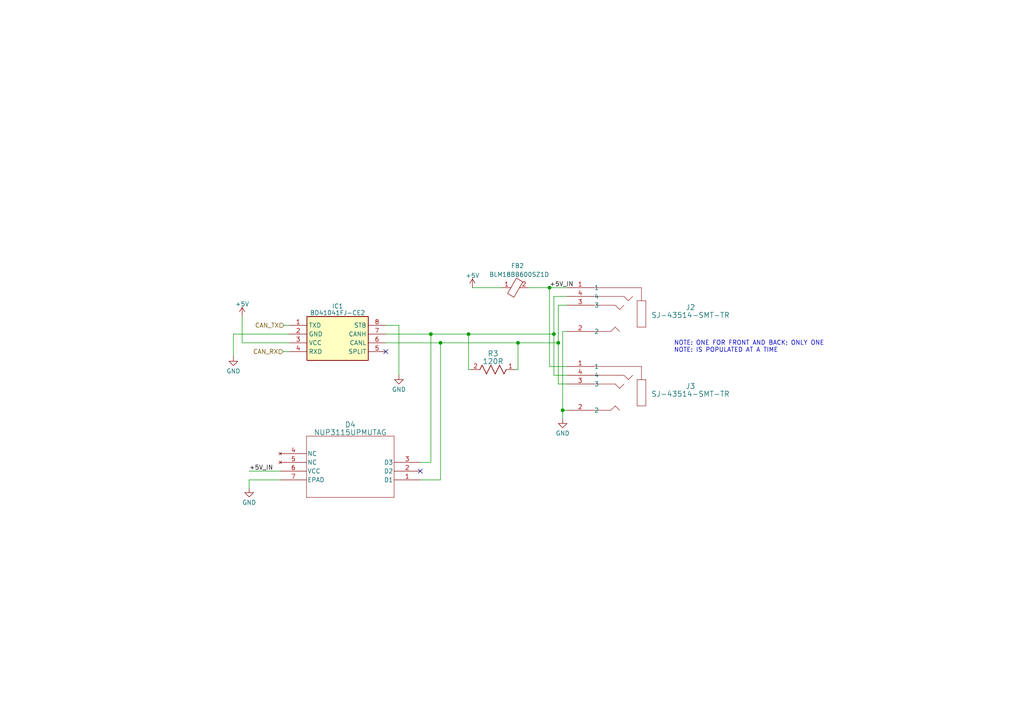
<source format=kicad_sch>
(kicad_sch
	(version 20231120)
	(generator "eeschema")
	(generator_version "8.0")
	(uuid "e125a29a-a47a-4213-a334-8948409041e6")
	(paper "A4")
	(lib_symbols
		(symbol "Junon's KB:BD41041FJ-CE2"
			(exclude_from_sim no)
			(in_bom yes)
			(on_board yes)
			(property "Reference" "IC"
				(at 24.13 7.62 0)
				(effects
					(font
						(size 1.27 1.27)
					)
					(justify left top)
				)
			)
			(property "Value" "BD41041FJ-CE2"
				(at 24.13 5.08 0)
				(effects
					(font
						(size 1.27 1.27)
					)
					(justify left top)
				)
			)
			(property "Footprint" "SOIC127P600X165-8N"
				(at 24.13 -94.92 0)
				(effects
					(font
						(size 1.27 1.27)
					)
					(justify left top)
					(hide yes)
				)
			)
			(property "Datasheet" "https://datasheet.datasheetarchive.com/originals/distributors/Datasheets_SAMA/414644ee1dc91df04c2a44596c540576.pdf"
				(at 24.13 -194.92 0)
				(effects
					(font
						(size 1.27 1.27)
					)
					(justify left top)
					(hide yes)
				)
			)
			(property "Description" "ROHM Semiconductor CAN Transceiver for Automotive"
				(at 0 0 0)
				(effects
					(font
						(size 1.27 1.27)
					)
					(hide yes)
				)
			)
			(property "Height" "1.65"
				(at 24.13 -394.92 0)
				(effects
					(font
						(size 1.27 1.27)
					)
					(justify left top)
					(hide yes)
				)
			)
			(property "Manufacturer_Name" "ROHM Semiconductor"
				(at 24.13 -494.92 0)
				(effects
					(font
						(size 1.27 1.27)
					)
					(justify left top)
					(hide yes)
				)
			)
			(property "Manufacturer_Part_Number" "BD41041FJ-CE2"
				(at 24.13 -594.92 0)
				(effects
					(font
						(size 1.27 1.27)
					)
					(justify left top)
					(hide yes)
				)
			)
			(property "Mouser Part Number" "755-BD41041FJ-CE2"
				(at 24.13 -694.92 0)
				(effects
					(font
						(size 1.27 1.27)
					)
					(justify left top)
					(hide yes)
				)
			)
			(property "Mouser Price/Stock" "https://www.mouser.co.uk/ProductDetail/ROHM-Semiconductor/BD41041FJ-CE2?qs=%252BEew9%252B0nqrCizAYMbF4Vxg%3D%3D"
				(at 24.13 -794.92 0)
				(effects
					(font
						(size 1.27 1.27)
					)
					(justify left top)
					(hide yes)
				)
			)
			(property "Arrow Part Number" ""
				(at 24.13 -894.92 0)
				(effects
					(font
						(size 1.27 1.27)
					)
					(justify left top)
					(hide yes)
				)
			)
			(property "Arrow Price/Stock" ""
				(at 24.13 -994.92 0)
				(effects
					(font
						(size 1.27 1.27)
					)
					(justify left top)
					(hide yes)
				)
			)
			(symbol "BD41041FJ-CE2_1_1"
				(rectangle
					(start 5.08 2.54)
					(end 22.86 -10.16)
					(stroke
						(width 0.254)
						(type default)
					)
					(fill
						(type background)
					)
				)
				(pin passive line
					(at 0 0 0)
					(length 5.08)
					(name "TXD"
						(effects
							(font
								(size 1.27 1.27)
							)
						)
					)
					(number "1"
						(effects
							(font
								(size 1.27 1.27)
							)
						)
					)
				)
				(pin passive line
					(at 0 -2.54 0)
					(length 5.08)
					(name "GND"
						(effects
							(font
								(size 1.27 1.27)
							)
						)
					)
					(number "2"
						(effects
							(font
								(size 1.27 1.27)
							)
						)
					)
				)
				(pin passive line
					(at 0 -5.08 0)
					(length 5.08)
					(name "VCC"
						(effects
							(font
								(size 1.27 1.27)
							)
						)
					)
					(number "3"
						(effects
							(font
								(size 1.27 1.27)
							)
						)
					)
				)
				(pin passive line
					(at 0 -7.62 0)
					(length 5.08)
					(name "RXD"
						(effects
							(font
								(size 1.27 1.27)
							)
						)
					)
					(number "4"
						(effects
							(font
								(size 1.27 1.27)
							)
						)
					)
				)
				(pin passive line
					(at 27.94 -7.62 180)
					(length 5.08)
					(name "SPLIT"
						(effects
							(font
								(size 1.27 1.27)
							)
						)
					)
					(number "5"
						(effects
							(font
								(size 1.27 1.27)
							)
						)
					)
				)
				(pin passive line
					(at 27.94 -5.08 180)
					(length 5.08)
					(name "CANL"
						(effects
							(font
								(size 1.27 1.27)
							)
						)
					)
					(number "6"
						(effects
							(font
								(size 1.27 1.27)
							)
						)
					)
				)
				(pin passive line
					(at 27.94 -2.54 180)
					(length 5.08)
					(name "CANH"
						(effects
							(font
								(size 1.27 1.27)
							)
						)
					)
					(number "7"
						(effects
							(font
								(size 1.27 1.27)
							)
						)
					)
				)
				(pin passive line
					(at 27.94 0 180)
					(length 5.08)
					(name "STB"
						(effects
							(font
								(size 1.27 1.27)
							)
						)
					)
					(number "8"
						(effects
							(font
								(size 1.27 1.27)
							)
						)
					)
				)
			)
		)
		(symbol "Junon's KB:BLM18BB600SZ1D"
			(exclude_from_sim no)
			(in_bom yes)
			(on_board yes)
			(property "Reference" "FB"
				(at 0 6.985 0)
				(effects
					(font
						(size 1.27 1.27)
					)
					(justify left top)
				)
			)
			(property "Value" "BLM18BB600SZ1D"
				(at 0 4.445 0)
				(effects
					(font
						(size 1.27 1.27)
					)
					(justify left top)
				)
			)
			(property "Footprint" "BLM18EG121SH1D"
				(at 16.51 -94.92 0)
				(effects
					(font
						(size 1.27 1.27)
					)
					(justify left top)
					(hide yes)
				)
			)
			(property "Datasheet" "http://www.murata.com/~/media/webrenewal/support/library/catalog/products/emc/emifil/c31e.ashx?la=en-gb"
				(at 16.51 -194.92 0)
				(effects
					(font
						(size 1.27 1.27)
					)
					(justify left top)
					(hide yes)
				)
			)
			(property "Description" "BLM18_Z1D Series EMI Suppression Filter 60+/-25% at 100MHz 600mA @85"
				(at 0 0 0)
				(effects
					(font
						(size 1.27 1.27)
					)
					(hide yes)
				)
			)
			(property "Height" "0.95"
				(at 16.51 -394.92 0)
				(effects
					(font
						(size 1.27 1.27)
					)
					(justify left top)
					(hide yes)
				)
			)
			(property "Manufacturer_Name" "Murata Electronics"
				(at 16.51 -494.92 0)
				(effects
					(font
						(size 1.27 1.27)
					)
					(justify left top)
					(hide yes)
				)
			)
			(property "Manufacturer_Part_Number" "BLM18BB600SZ1D"
				(at 16.51 -594.92 0)
				(effects
					(font
						(size 1.27 1.27)
					)
					(justify left top)
					(hide yes)
				)
			)
			(property "Mouser Part Number" "81-BLM18BB600SZ1D"
				(at 16.51 -694.92 0)
				(effects
					(font
						(size 1.27 1.27)
					)
					(justify left top)
					(hide yes)
				)
			)
			(property "Mouser Price/Stock" "https://www.mouser.com/Search/Refine.aspx?Keyword=81-BLM18BB600SZ1D"
				(at 16.51 -794.92 0)
				(effects
					(font
						(size 1.27 1.27)
					)
					(justify left top)
					(hide yes)
				)
			)
			(property "Arrow Part Number" ""
				(at 16.51 -894.92 0)
				(effects
					(font
						(size 1.27 1.27)
					)
					(justify left top)
					(hide yes)
				)
			)
			(property "Arrow Price/Stock" ""
				(at 16.51 -994.92 0)
				(effects
					(font
						(size 1.27 1.27)
					)
					(justify left top)
					(hide yes)
				)
			)
			(symbol "BLM18BB600SZ1D_0_1"
				(polyline
					(pts
						(xy 2.54 0) (xy 2.5146 0)
					)
					(stroke
						(width 0)
						(type default)
					)
					(fill
						(type none)
					)
				)
				(polyline
					(pts
						(xy 5.08 0) (xy 5.0292 0)
					)
					(stroke
						(width 0)
						(type default)
					)
					(fill
						(type none)
					)
				)
				(polyline
					(pts
						(xy 3.4036 -2.7686) (xy 1.5494 -1.7018) (xy 4.1148 2.7686) (xy 5.969 1.6764) (xy 3.4036 -2.7686)
					)
					(stroke
						(width 0)
						(type default)
					)
					(fill
						(type none)
					)
				)
			)
			(symbol "BLM18BB600SZ1D_1_1"
				(pin passive line
					(at 0 0 0)
					(length 2.54)
					(name "~"
						(effects
							(font
								(size 1.27 1.27)
							)
						)
					)
					(number "1"
						(effects
							(font
								(size 1.27 1.27)
							)
						)
					)
				)
				(pin passive line
					(at 7.62 0 180)
					(length 2.54)
					(name "~"
						(effects
							(font
								(size 1.27 1.27)
							)
						)
					)
					(number "2"
						(effects
							(font
								(size 1.27 1.27)
							)
						)
					)
				)
			)
		)
		(symbol "Junon's KB:ERJPA3F1200V"
			(pin_names
				(offset 0.254)
			)
			(exclude_from_sim no)
			(in_bom yes)
			(on_board yes)
			(property "Reference" "R"
				(at 5.715 3.81 0)
				(effects
					(font
						(size 1.524 1.524)
					)
				)
			)
			(property "Value" "ERJPA3F1200V"
				(at 6.35 -3.81 0)
				(effects
					(font
						(size 1.524 1.524)
					)
				)
			)
			(property "Footprint" "junon-kb:RES_0603_1P6XP8_PAN"
				(at 0 0 0)
				(effects
					(font
						(size 1.27 1.27)
						(italic yes)
					)
					(hide yes)
				)
			)
			(property "Datasheet" "https://www.mouser.de/datasheet/2/315/AOA0000C331-1141874.pdf"
				(at 0 0 0)
				(effects
					(font
						(size 1.27 1.27)
						(italic yes)
					)
					(hide yes)
				)
			)
			(property "Description" "SMD Chip Resistor, 120 Ohm, ± 1%, 250 mW, 0603 [1608 Metric], Thick Film, Anti-Surge"
				(at 0 -3 0)
				(effects
					(font
						(size 1.27 1.27)
						(italic yes)
					)
					(hide yes)
				)
			)
			(property "Mouser ID" "667-ERJ-PA3F1200V"
				(at 0 -3 0)
				(effects
					(font
						(size 1.27 1.27)
						(italic yes)
					)
					(hide yes)
				)
			)
			(property "Arrow ID" "ERJPA3F1200V"
				(at 0 -3 0)
				(effects
					(font
						(size 1.27 1.27)
						(italic yes)
					)
					(hide yes)
				)
			)
			(property "Mfr. Name" "Panasonic"
				(at 0 -3 0)
				(effects
					(font
						(size 1.27 1.27)
						(italic yes)
					)
					(hide yes)
				)
			)
			(property "Mouser URL" "https://www.mouser.de/ProductDetail/Panasonic/ERJ-PA3F1200V?qs=BzJM0faLVqXavmWCWLNjLA%3D%3D"
				(at 0 -3 0)
				(effects
					(font
						(size 1.27 1.27)
						(italic yes)
					)
					(hide yes)
				)
			)
			(property "DigiKey ID" "P120BYCT-ND"
				(at 0 -3 0)
				(effects
					(font
						(size 1.27 1.27)
						(italic yes)
					)
					(hide yes)
				)
			)
			(property "Mfr. Number" "ERJPA3F1200V"
				(at 0 -3 0)
				(effects
					(font
						(size 1.27 1.27)
						(italic yes)
					)
					(hide yes)
				)
			)
			(property "ki_locked" ""
				(at 0 0 0)
				(effects
					(font
						(size 1.27 1.27)
					)
				)
			)
			(property "ki_keywords" "ERJPA3F1200V"
				(at 0 0 0)
				(effects
					(font
						(size 1.27 1.27)
					)
					(hide yes)
				)
			)
			(property "ki_fp_filters" "RES_0603_1P6XP8_PAN RES_0603_1P6XP8_PAN-M RES_0603_1P6XP8_PAN-L"
				(at 0 0 0)
				(effects
					(font
						(size 1.27 1.27)
					)
					(hide yes)
				)
			)
			(symbol "ERJPA3F1200V_1_1"
				(polyline
					(pts
						(xy 2.54 0) (xy 3.175 1.27)
					)
					(stroke
						(width 0.2032)
						(type default)
					)
					(fill
						(type none)
					)
				)
				(polyline
					(pts
						(xy 3.175 1.27) (xy 4.445 -1.27)
					)
					(stroke
						(width 0.2032)
						(type default)
					)
					(fill
						(type none)
					)
				)
				(polyline
					(pts
						(xy 4.445 -1.27) (xy 5.715 1.27)
					)
					(stroke
						(width 0.2032)
						(type default)
					)
					(fill
						(type none)
					)
				)
				(polyline
					(pts
						(xy 5.715 1.27) (xy 6.985 -1.27)
					)
					(stroke
						(width 0.2032)
						(type default)
					)
					(fill
						(type none)
					)
				)
				(polyline
					(pts
						(xy 6.985 -1.27) (xy 8.255 1.27)
					)
					(stroke
						(width 0.2032)
						(type default)
					)
					(fill
						(type none)
					)
				)
				(polyline
					(pts
						(xy 8.255 1.27) (xy 9.525 -1.27)
					)
					(stroke
						(width 0.2032)
						(type default)
					)
					(fill
						(type none)
					)
				)
				(polyline
					(pts
						(xy 9.525 -1.27) (xy 10.16 0)
					)
					(stroke
						(width 0.2032)
						(type default)
					)
					(fill
						(type none)
					)
				)
				(pin unspecified line
					(at 0 0 0)
					(length 2.54)
					(name ""
						(effects
							(font
								(size 1.27 1.27)
							)
						)
					)
					(number "1"
						(effects
							(font
								(size 1.27 1.27)
							)
						)
					)
				)
				(pin unspecified line
					(at 12.7 0 180)
					(length 2.54)
					(name ""
						(effects
							(font
								(size 1.27 1.27)
							)
						)
					)
					(number "2"
						(effects
							(font
								(size 1.27 1.27)
							)
						)
					)
				)
			)
			(symbol "ERJPA3F1200V_1_2"
				(polyline
					(pts
						(xy -1.27 3.175) (xy 1.27 4.445)
					)
					(stroke
						(width 0.2032)
						(type default)
					)
					(fill
						(type none)
					)
				)
				(polyline
					(pts
						(xy -1.27 5.715) (xy 1.27 6.985)
					)
					(stroke
						(width 0.2032)
						(type default)
					)
					(fill
						(type none)
					)
				)
				(polyline
					(pts
						(xy -1.27 8.255) (xy 1.27 9.525)
					)
					(stroke
						(width 0.2032)
						(type default)
					)
					(fill
						(type none)
					)
				)
				(polyline
					(pts
						(xy 0 2.54) (xy -1.27 3.175)
					)
					(stroke
						(width 0.2032)
						(type default)
					)
					(fill
						(type none)
					)
				)
				(polyline
					(pts
						(xy 1.27 4.445) (xy -1.27 5.715)
					)
					(stroke
						(width 0.2032)
						(type default)
					)
					(fill
						(type none)
					)
				)
				(polyline
					(pts
						(xy 1.27 6.985) (xy -1.27 8.255)
					)
					(stroke
						(width 0.2032)
						(type default)
					)
					(fill
						(type none)
					)
				)
				(polyline
					(pts
						(xy 1.27 9.525) (xy 0 10.16)
					)
					(stroke
						(width 0.2032)
						(type default)
					)
					(fill
						(type none)
					)
				)
				(pin unspecified line
					(at 0 12.7 270)
					(length 2.54)
					(name ""
						(effects
							(font
								(size 1.27 1.27)
							)
						)
					)
					(number "1"
						(effects
							(font
								(size 1.27 1.27)
							)
						)
					)
				)
				(pin unspecified line
					(at 0 0 90)
					(length 2.54)
					(name ""
						(effects
							(font
								(size 1.27 1.27)
							)
						)
					)
					(number "2"
						(effects
							(font
								(size 1.27 1.27)
							)
						)
					)
				)
			)
		)
		(symbol "Junon's KB:NUP3115UPMUTAG"
			(pin_names
				(offset 0.254)
			)
			(exclude_from_sim no)
			(in_bom yes)
			(on_board yes)
			(property "Reference" "U"
				(at 20.32 10.16 0)
				(effects
					(font
						(size 1.524 1.524)
					)
				)
			)
			(property "Value" "NUP3115UPMUTAG"
				(at 20.32 7.62 0)
				(effects
					(font
						(size 1.524 1.524)
					)
				)
			)
			(property "Footprint" "junon-kb:UDFN6_1P60X1P60_ONS"
				(at 0 0 0)
				(effects
					(font
						(size 1.27 1.27)
						(italic yes)
					)
					(hide yes)
				)
			)
			(property "Datasheet" "https://www.mouser.de/datasheet/2/308/1/NUP3115UPMU_D-2319542.pdf"
				(at 0 0 0)
				(effects
					(font
						(size 1.27 1.27)
						(italic yes)
					)
					(hide yes)
				)
			)
			(property "Description" "NUP3115UP: 3x5V + 1x12V ESD Array for USB 2.0 High Speed in a 1.6x1.6 uDFN6"
				(at 0 -3 0)
				(effects
					(font
						(size 1.27 1.27)
						(italic yes)
					)
					(hide yes)
				)
			)
			(property "Arrow ID" "NUP3115UPMUTAG"
				(at 0 -3 0)
				(effects
					(font
						(size 1.27 1.27)
						(italic yes)
					)
					(hide yes)
				)
			)
			(property "Mouser ID" "863-NUP3115UPMUTAG"
				(at 0 -3 0)
				(effects
					(font
						(size 1.27 1.27)
						(italic yes)
					)
					(hide yes)
				)
			)
			(property "Mfr. Name" "onsemi"
				(at 0 -3 0)
				(effects
					(font
						(size 1.27 1.27)
						(italic yes)
					)
					(hide yes)
				)
			)
			(property "DigiKey ID" "NUP3115UPMUTAGOSCT-ND"
				(at 0 -3 0)
				(effects
					(font
						(size 1.27 1.27)
						(italic yes)
					)
					(hide yes)
				)
			)
			(property "Mfr. Number" "NUP3115UPMUTAG"
				(at 0 -3 0)
				(effects
					(font
						(size 1.27 1.27)
						(italic yes)
					)
					(hide yes)
				)
			)
			(property "Mouser URL" "https://www.mouser.de/ProductDetail/onsemi/NUP3115UPMUTAG?qs=N5dOQkml4H%2F8%2Fgd%252B6nWrWA%3D%3D"
				(at 0 -3 0)
				(effects
					(font
						(size 1.27 1.27)
						(italic yes)
					)
					(hide yes)
				)
			)
			(property "ki_locked" ""
				(at 0 0 0)
				(effects
					(font
						(size 1.27 1.27)
					)
				)
			)
			(property "ki_keywords" "NUP3115UPMUTAG"
				(at 0 0 0)
				(effects
					(font
						(size 1.27 1.27)
					)
					(hide yes)
				)
			)
			(property "ki_fp_filters" "UDFN6_1P60X1P60_ONS UDFN6_1P60X1P60_ONS-M UDFN6_1P60X1P60_ONS-L"
				(at 0 0 0)
				(effects
					(font
						(size 1.27 1.27)
					)
					(hide yes)
				)
			)
			(symbol "NUP3115UPMUTAG_0_1"
				(polyline
					(pts
						(xy 7.62 -12.7) (xy 33.02 -12.7)
					)
					(stroke
						(width 0.127)
						(type default)
					)
					(fill
						(type none)
					)
				)
				(polyline
					(pts
						(xy 7.62 5.08) (xy 7.62 -12.7)
					)
					(stroke
						(width 0.127)
						(type default)
					)
					(fill
						(type none)
					)
				)
				(polyline
					(pts
						(xy 33.02 -12.7) (xy 33.02 5.08)
					)
					(stroke
						(width 0.127)
						(type default)
					)
					(fill
						(type none)
					)
				)
				(polyline
					(pts
						(xy 33.02 5.08) (xy 7.62 5.08)
					)
					(stroke
						(width 0.127)
						(type default)
					)
					(fill
						(type none)
					)
				)
				(pin output line
					(at 0 0 0)
					(length 7.62)
					(name "D1"
						(effects
							(font
								(size 1.27 1.27)
							)
						)
					)
					(number "1"
						(effects
							(font
								(size 1.27 1.27)
							)
						)
					)
				)
				(pin output line
					(at 0 -2.54 0)
					(length 7.62)
					(name "D2"
						(effects
							(font
								(size 1.27 1.27)
							)
						)
					)
					(number "2"
						(effects
							(font
								(size 1.27 1.27)
							)
						)
					)
				)
				(pin output line
					(at 0 -5.08 0)
					(length 7.62)
					(name "D3"
						(effects
							(font
								(size 1.27 1.27)
							)
						)
					)
					(number "3"
						(effects
							(font
								(size 1.27 1.27)
							)
						)
					)
				)
				(pin no_connect line
					(at 40.64 -7.62 180)
					(length 7.62)
					(name "NC"
						(effects
							(font
								(size 1.27 1.27)
							)
						)
					)
					(number "4"
						(effects
							(font
								(size 1.27 1.27)
							)
						)
					)
				)
				(pin no_connect line
					(at 40.64 -5.08 180)
					(length 7.62)
					(name "NC"
						(effects
							(font
								(size 1.27 1.27)
							)
						)
					)
					(number "5"
						(effects
							(font
								(size 1.27 1.27)
							)
						)
					)
				)
				(pin power_in line
					(at 40.64 -2.54 180)
					(length 7.62)
					(name "VCC"
						(effects
							(font
								(size 1.27 1.27)
							)
						)
					)
					(number "6"
						(effects
							(font
								(size 1.27 1.27)
							)
						)
					)
				)
				(pin unspecified line
					(at 40.64 0 180)
					(length 7.62)
					(name "EPAD"
						(effects
							(font
								(size 1.27 1.27)
							)
						)
					)
					(number "7"
						(effects
							(font
								(size 1.27 1.27)
							)
						)
					)
				)
			)
		)
		(symbol "Junon's KB:SJ-43514-SMT-TR"
			(pin_names
				(offset 0.254)
			)
			(exclude_from_sim no)
			(in_bom yes)
			(on_board yes)
			(property "Reference" "J"
				(at -12.7 7.62 0)
				(effects
					(font
						(size 1.524 1.524)
					)
				)
			)
			(property "Value" "SJ-43514-SMT-TR"
				(at -12.7 5.08 0)
				(effects
					(font
						(size 1.524 1.524)
					)
				)
			)
			(property "Footprint" "junon-kb:SJ-43514-SMT_CUD"
				(at 0 0 0)
				(effects
					(font
						(size 1.27 1.27)
						(italic yes)
					)
					(hide yes)
				)
			)
			(property "Datasheet" "https://www.mouser.de/datasheet/2/670/sj_4351x_smt-1779337.pdf"
				(at 0 0 0)
				(effects
					(font
						(size 1.27 1.27)
						(italic yes)
					)
					(hide yes)
				)
			)
			(property "Description" "3.5 mm, 4 Conductors, Right Angle, Surface Mount (SMT), Audio Jack Connector"
				(at 0 -3 0)
				(effects
					(font
						(size 1.27 1.27)
						(italic yes)
					)
					(hide yes)
				)
			)
			(property "Mfr. Name" "CUI Devices"
				(at 0 -3 0)
				(effects
					(font
						(size 1.27 1.27)
						(italic yes)
					)
					(hide yes)
				)
			)
			(property "Mouser URL" "https://www.mouser.de/ProductDetail/CUI-Devices/SJ-43514-SMT-TR?qs=WyjlAZoYn528%252BiAb5RzVtg%3D%3D"
				(at 0 -3 0)
				(effects
					(font
						(size 1.27 1.27)
						(italic yes)
					)
					(hide yes)
				)
			)
			(property "DigiKey ID" "CP-43514SJCT-ND"
				(at 0 -3 0)
				(effects
					(font
						(size 1.27 1.27)
						(italic yes)
					)
					(hide yes)
				)
			)
			(property "Mouser ID" "490-SJ-43514-SMT-TR"
				(at 0 -3 0)
				(effects
					(font
						(size 1.27 1.27)
						(italic yes)
					)
					(hide yes)
				)
			)
			(property "Arrow ID" "SJ-43514-SMT-TR"
				(at 0 -3 0)
				(effects
					(font
						(size 1.27 1.27)
						(italic yes)
					)
					(hide yes)
				)
			)
			(property "Mfr. Number" "SJ-43514-SMT-TR"
				(at 0 -3 0)
				(effects
					(font
						(size 1.27 1.27)
						(italic yes)
					)
					(hide yes)
				)
			)
			(property "ki_locked" ""
				(at 0 0 0)
				(effects
					(font
						(size 1.27 1.27)
					)
				)
			)
			(property "ki_keywords" "SJ-43514-SMT-TR"
				(at 0 0 0)
				(effects
					(font
						(size 1.27 1.27)
					)
					(hide yes)
				)
			)
			(property "ki_fp_filters" "SJ-43514-SMT_CUD"
				(at 0 0 0)
				(effects
					(font
						(size 1.27 1.27)
					)
					(hide yes)
				)
			)
			(symbol "SJ-43514-SMT-TR_0_1"
				(polyline
					(pts
						(xy -22.86 -11.43) (xy -22.86 -3.81)
					)
					(stroke
						(width 0.127)
						(type default)
					)
					(fill
						(type none)
					)
				)
				(polyline
					(pts
						(xy -22.86 -3.81) (xy -20.32 -3.81)
					)
					(stroke
						(width 0.127)
						(type default)
					)
					(fill
						(type none)
					)
				)
				(polyline
					(pts
						(xy -21.59 0) (xy -21.59 -3.81)
					)
					(stroke
						(width 0.127)
						(type default)
					)
					(fill
						(type none)
					)
				)
				(polyline
					(pts
						(xy -20.32 -11.43) (xy -22.86 -11.43)
					)
					(stroke
						(width 0.127)
						(type default)
					)
					(fill
						(type none)
					)
				)
				(polyline
					(pts
						(xy -20.32 -3.81) (xy -20.32 -11.43)
					)
					(stroke
						(width 0.127)
						(type default)
					)
					(fill
						(type none)
					)
				)
				(polyline
					(pts
						(xy -17.78 -3.81) (xy -19.05 -2.54)
					)
					(stroke
						(width 0.127)
						(type default)
					)
					(fill
						(type none)
					)
				)
				(polyline
					(pts
						(xy -17.78 -3.81) (xy -16.51 -2.54)
					)
					(stroke
						(width 0.127)
						(type default)
					)
					(fill
						(type none)
					)
				)
				(polyline
					(pts
						(xy -15.24 -6.35) (xy -16.51 -5.08)
					)
					(stroke
						(width 0.127)
						(type default)
					)
					(fill
						(type none)
					)
				)
				(polyline
					(pts
						(xy -13.97 -11.43) (xy -15.24 -12.7)
					)
					(stroke
						(width 0.127)
						(type default)
					)
					(fill
						(type none)
					)
				)
				(polyline
					(pts
						(xy -13.97 -5.08) (xy -15.24 -6.35)
					)
					(stroke
						(width 0.127)
						(type default)
					)
					(fill
						(type none)
					)
				)
				(polyline
					(pts
						(xy -12.7 -12.7) (xy -13.97 -11.43)
					)
					(stroke
						(width 0.127)
						(type default)
					)
					(fill
						(type none)
					)
				)
				(polyline
					(pts
						(xy -7.62 -12.7) (xy -12.7 -12.7)
					)
					(stroke
						(width 0.127)
						(type default)
					)
					(fill
						(type none)
					)
				)
				(polyline
					(pts
						(xy -7.62 -5.08) (xy -13.97 -5.08)
					)
					(stroke
						(width 0.127)
						(type default)
					)
					(fill
						(type none)
					)
				)
				(polyline
					(pts
						(xy -7.62 -2.54) (xy -16.51 -2.54)
					)
					(stroke
						(width 0.127)
						(type default)
					)
					(fill
						(type none)
					)
				)
				(polyline
					(pts
						(xy -7.62 0) (xy -21.59 0)
					)
					(stroke
						(width 0.127)
						(type default)
					)
					(fill
						(type none)
					)
				)
				(pin unspecified line
					(at 0 0 180)
					(length 7.62)
					(name "1"
						(effects
							(font
								(size 1.27 1.27)
							)
						)
					)
					(number "1"
						(effects
							(font
								(size 1.27 1.27)
							)
						)
					)
				)
				(pin unspecified line
					(at 0 -12.7 180)
					(length 7.62)
					(name "2"
						(effects
							(font
								(size 1.27 1.27)
							)
						)
					)
					(number "2"
						(effects
							(font
								(size 1.27 1.27)
							)
						)
					)
				)
				(pin unspecified line
					(at 0 -5.08 180)
					(length 7.62)
					(name "3"
						(effects
							(font
								(size 1.27 1.27)
							)
						)
					)
					(number "3"
						(effects
							(font
								(size 1.27 1.27)
							)
						)
					)
				)
				(pin unspecified line
					(at 0 -2.54 180)
					(length 7.62)
					(name "4"
						(effects
							(font
								(size 1.27 1.27)
							)
						)
					)
					(number "4"
						(effects
							(font
								(size 1.27 1.27)
							)
						)
					)
				)
			)
		)
		(symbol "power:+5V"
			(power)
			(pin_names
				(offset 0)
			)
			(exclude_from_sim no)
			(in_bom yes)
			(on_board yes)
			(property "Reference" "#PWR"
				(at 0 -3.81 0)
				(effects
					(font
						(size 1.27 1.27)
					)
					(hide yes)
				)
			)
			(property "Value" "+5V"
				(at 0 3.556 0)
				(effects
					(font
						(size 1.27 1.27)
					)
				)
			)
			(property "Footprint" ""
				(at 0 0 0)
				(effects
					(font
						(size 1.27 1.27)
					)
					(hide yes)
				)
			)
			(property "Datasheet" ""
				(at 0 0 0)
				(effects
					(font
						(size 1.27 1.27)
					)
					(hide yes)
				)
			)
			(property "Description" "Power symbol creates a global label with name \"+5V\""
				(at 0 0 0)
				(effects
					(font
						(size 1.27 1.27)
					)
					(hide yes)
				)
			)
			(property "ki_keywords" "global power"
				(at 0 0 0)
				(effects
					(font
						(size 1.27 1.27)
					)
					(hide yes)
				)
			)
			(symbol "+5V_0_1"
				(polyline
					(pts
						(xy -0.762 1.27) (xy 0 2.54)
					)
					(stroke
						(width 0)
						(type default)
					)
					(fill
						(type none)
					)
				)
				(polyline
					(pts
						(xy 0 0) (xy 0 2.54)
					)
					(stroke
						(width 0)
						(type default)
					)
					(fill
						(type none)
					)
				)
				(polyline
					(pts
						(xy 0 2.54) (xy 0.762 1.27)
					)
					(stroke
						(width 0)
						(type default)
					)
					(fill
						(type none)
					)
				)
			)
			(symbol "+5V_1_1"
				(pin power_in line
					(at 0 0 90)
					(length 0) hide
					(name "+5V"
						(effects
							(font
								(size 1.27 1.27)
							)
						)
					)
					(number "1"
						(effects
							(font
								(size 1.27 1.27)
							)
						)
					)
				)
			)
		)
		(symbol "power:GND"
			(power)
			(pin_names
				(offset 0)
			)
			(exclude_from_sim no)
			(in_bom yes)
			(on_board yes)
			(property "Reference" "#PWR"
				(at 0 -6.35 0)
				(effects
					(font
						(size 1.27 1.27)
					)
					(hide yes)
				)
			)
			(property "Value" "GND"
				(at 0 -3.81 0)
				(effects
					(font
						(size 1.27 1.27)
					)
				)
			)
			(property "Footprint" ""
				(at 0 0 0)
				(effects
					(font
						(size 1.27 1.27)
					)
					(hide yes)
				)
			)
			(property "Datasheet" ""
				(at 0 0 0)
				(effects
					(font
						(size 1.27 1.27)
					)
					(hide yes)
				)
			)
			(property "Description" "Power symbol creates a global label with name \"GND\" , ground"
				(at 0 0 0)
				(effects
					(font
						(size 1.27 1.27)
					)
					(hide yes)
				)
			)
			(property "ki_keywords" "global power"
				(at 0 0 0)
				(effects
					(font
						(size 1.27 1.27)
					)
					(hide yes)
				)
			)
			(symbol "GND_0_1"
				(polyline
					(pts
						(xy 0 0) (xy 0 -1.27) (xy 1.27 -1.27) (xy 0 -2.54) (xy -1.27 -1.27) (xy 0 -1.27)
					)
					(stroke
						(width 0)
						(type default)
					)
					(fill
						(type none)
					)
				)
			)
			(symbol "GND_1_1"
				(pin power_in line
					(at 0 0 270)
					(length 0) hide
					(name "GND"
						(effects
							(font
								(size 1.27 1.27)
							)
						)
					)
					(number "1"
						(effects
							(font
								(size 1.27 1.27)
							)
						)
					)
				)
			)
		)
	)
	(junction
		(at 127.762 99.441)
		(diameter 0)
		(color 0 0 0 0)
		(uuid "31603edb-58fa-4922-a2e3-692d8c13b012")
	)
	(junction
		(at 163.195 118.999)
		(diameter 0)
		(color 0 0 0 0)
		(uuid "5b7d1e7e-e93c-4940-a6d4-ade95795e64e")
	)
	(junction
		(at 159.385 83.439)
		(diameter 0)
		(color 0 0 0 0)
		(uuid "61b2f822-2a07-4891-b5f7-816f4301e6bc")
	)
	(junction
		(at 160.655 96.901)
		(diameter 0)
		(color 0 0 0 0)
		(uuid "6f7f5afd-8a15-4b32-a6e5-cc87f3fe3a6e")
	)
	(junction
		(at 135.89 96.901)
		(diameter 0)
		(color 0 0 0 0)
		(uuid "76631ed8-963d-436e-9793-3ca8b54f6952")
	)
	(junction
		(at 124.968 96.901)
		(diameter 0)
		(color 0 0 0 0)
		(uuid "a3130dda-14bc-451d-8cb0-b4cb69b79368")
	)
	(junction
		(at 150.241 99.441)
		(diameter 0)
		(color 0 0 0 0)
		(uuid "e8f0df57-8bf2-4047-969e-236f7966b40e")
	)
	(junction
		(at 161.925 99.441)
		(diameter 0)
		(color 0 0 0 0)
		(uuid "ef711078-ac89-47e3-8cb1-a04c9fff1aa8")
	)
	(no_connect
		(at 121.92 136.652)
		(uuid "47daa362-d4c9-40a3-a3eb-afca27d15b26")
	)
	(no_connect
		(at 111.887 101.981)
		(uuid "9d4f014b-b9a0-4126-97a5-a9d39c0b766d")
	)
	(wire
		(pts
			(xy 70.231 91.694) (xy 70.231 99.441)
		)
		(stroke
			(width 0)
			(type default)
		)
		(uuid "044d3a93-4a89-4153-bef4-5bc6af519981")
	)
	(wire
		(pts
			(xy 150.241 107.188) (xy 149.352 107.188)
		)
		(stroke
			(width 0)
			(type default)
		)
		(uuid "05e8cb88-4507-4a5b-ab7f-fd7ad37ead36")
	)
	(wire
		(pts
			(xy 135.89 96.901) (xy 135.89 107.188)
		)
		(stroke
			(width 0)
			(type default)
		)
		(uuid "07397783-b288-4b8b-ae0f-704bc8464d75")
	)
	(wire
		(pts
			(xy 160.655 96.901) (xy 160.655 108.839)
		)
		(stroke
			(width 0)
			(type default)
		)
		(uuid "08c1a2bd-007b-4a1a-8251-67cd33671dc7")
	)
	(wire
		(pts
			(xy 135.89 96.901) (xy 160.655 96.901)
		)
		(stroke
			(width 0)
			(type default)
		)
		(uuid "0aabe7a7-ca70-4697-80ba-03b1af9bf143")
	)
	(wire
		(pts
			(xy 163.195 96.139) (xy 163.195 118.999)
		)
		(stroke
			(width 0)
			(type default)
		)
		(uuid "11cce698-7690-43ce-9377-6e922c1b19b3")
	)
	(wire
		(pts
			(xy 135.89 107.188) (xy 136.652 107.188)
		)
		(stroke
			(width 0)
			(type default)
		)
		(uuid "1c53e72f-5d82-450d-9990-a807bbbec4d8")
	)
	(wire
		(pts
			(xy 159.385 106.299) (xy 164.465 106.299)
		)
		(stroke
			(width 0)
			(type default)
		)
		(uuid "1d335037-201d-4201-9680-41d9196e302a")
	)
	(wire
		(pts
			(xy 161.925 99.441) (xy 161.925 111.379)
		)
		(stroke
			(width 0)
			(type default)
		)
		(uuid "24cb7dc3-fefa-4c86-b058-f6fb67447f91")
	)
	(wire
		(pts
			(xy 161.925 111.379) (xy 164.465 111.379)
		)
		(stroke
			(width 0)
			(type default)
		)
		(uuid "2868feb8-b1ec-4ed2-95b8-9feeec5e9341")
	)
	(wire
		(pts
			(xy 127.762 99.441) (xy 127.762 139.192)
		)
		(stroke
			(width 0)
			(type default)
		)
		(uuid "2aa6584d-b764-42fc-9b1c-5a6109a47a69")
	)
	(wire
		(pts
			(xy 111.887 96.901) (xy 124.968 96.901)
		)
		(stroke
			(width 0)
			(type default)
		)
		(uuid "2cda369e-ada7-4d64-9806-67bdaa2f8011")
	)
	(wire
		(pts
			(xy 81.28 136.652) (xy 72.263 136.652)
		)
		(stroke
			(width 0)
			(type default)
		)
		(uuid "38e31ad0-e6cb-4138-90d3-50d3e495381b")
	)
	(wire
		(pts
			(xy 82.423 94.361) (xy 83.947 94.361)
		)
		(stroke
			(width 0)
			(type default)
		)
		(uuid "3f7aeba0-e1b7-40ef-804f-17c8b69a4fac")
	)
	(wire
		(pts
			(xy 164.465 83.439) (xy 159.385 83.439)
		)
		(stroke
			(width 0)
			(type default)
		)
		(uuid "43cfb373-648c-4eac-b359-b7892baf15b4")
	)
	(wire
		(pts
			(xy 164.465 85.979) (xy 160.655 85.979)
		)
		(stroke
			(width 0)
			(type default)
		)
		(uuid "4bebb739-4b09-4ec7-912a-c1879cf75593")
	)
	(wire
		(pts
			(xy 82.169 101.981) (xy 83.947 101.981)
		)
		(stroke
			(width 0)
			(type default)
		)
		(uuid "4e1b33fc-4779-443e-ad7c-a0d07faf5eae")
	)
	(wire
		(pts
			(xy 115.697 94.361) (xy 115.697 108.839)
		)
		(stroke
			(width 0)
			(type default)
		)
		(uuid "52d6dd84-325a-4886-a71e-df40e09755d5")
	)
	(wire
		(pts
			(xy 163.195 118.999) (xy 164.465 118.999)
		)
		(stroke
			(width 0)
			(type default)
		)
		(uuid "5d673a44-6336-43a0-9494-eae35e9f1353")
	)
	(wire
		(pts
			(xy 164.465 88.519) (xy 161.925 88.519)
		)
		(stroke
			(width 0)
			(type default)
		)
		(uuid "5fb635c5-1acf-42f9-af6b-a4ec32c370f3")
	)
	(wire
		(pts
			(xy 67.691 96.901) (xy 67.691 103.505)
		)
		(stroke
			(width 0)
			(type default)
		)
		(uuid "70971f86-8340-453f-a92e-7db0b41083f4")
	)
	(wire
		(pts
			(xy 127.762 139.192) (xy 121.92 139.192)
		)
		(stroke
			(width 0)
			(type default)
		)
		(uuid "70b24c7c-7cb1-4f8b-b0f7-a72154be147e")
	)
	(wire
		(pts
			(xy 163.195 118.999) (xy 163.195 121.539)
		)
		(stroke
			(width 0)
			(type default)
		)
		(uuid "7426ba50-d5c6-439d-aea7-f9ff549d6ffc")
	)
	(wire
		(pts
			(xy 160.655 108.839) (xy 164.465 108.839)
		)
		(stroke
			(width 0)
			(type default)
		)
		(uuid "74b24404-f1fa-47cc-bfba-5816008f34a5")
	)
	(wire
		(pts
			(xy 121.92 134.112) (xy 124.968 134.112)
		)
		(stroke
			(width 0)
			(type default)
		)
		(uuid "74c302cf-9215-4bb4-9314-9d45512655f4")
	)
	(wire
		(pts
			(xy 137.033 83.439) (xy 145.669 83.439)
		)
		(stroke
			(width 0)
			(type default)
		)
		(uuid "85886e8e-3d8e-4eb1-aee5-35a188a5d911")
	)
	(wire
		(pts
			(xy 153.289 83.439) (xy 159.385 83.439)
		)
		(stroke
			(width 0)
			(type default)
		)
		(uuid "86993a06-1cec-42ee-ab6c-b30be465d446")
	)
	(wire
		(pts
			(xy 124.968 96.901) (xy 124.968 134.112)
		)
		(stroke
			(width 0)
			(type default)
		)
		(uuid "89ab27fa-8d62-40d3-9166-daa245e08124")
	)
	(wire
		(pts
			(xy 150.241 99.441) (xy 150.241 107.188)
		)
		(stroke
			(width 0)
			(type default)
		)
		(uuid "8cc8f08b-9c53-44d1-9b4f-8049dad2938a")
	)
	(wire
		(pts
			(xy 150.241 99.441) (xy 161.925 99.441)
		)
		(stroke
			(width 0)
			(type default)
		)
		(uuid "900fdd88-2524-43c2-8bf2-cdeb79e385f1")
	)
	(wire
		(pts
			(xy 83.947 99.441) (xy 70.231 99.441)
		)
		(stroke
			(width 0)
			(type default)
		)
		(uuid "919864c8-f3a4-48af-849a-bf94de7e6ed1")
	)
	(wire
		(pts
			(xy 127.762 99.441) (xy 150.241 99.441)
		)
		(stroke
			(width 0)
			(type default)
		)
		(uuid "a1464e92-e103-41f7-ba3f-0e028d2f8109")
	)
	(wire
		(pts
			(xy 159.385 83.439) (xy 159.385 106.299)
		)
		(stroke
			(width 0)
			(type default)
		)
		(uuid "b4a3c68b-617f-413d-99a6-d119ada709d6")
	)
	(wire
		(pts
			(xy 164.465 96.139) (xy 163.195 96.139)
		)
		(stroke
			(width 0)
			(type default)
		)
		(uuid "b88c4832-a4ac-4357-93a7-2e12b164d216")
	)
	(wire
		(pts
			(xy 161.925 88.519) (xy 161.925 99.441)
		)
		(stroke
			(width 0)
			(type default)
		)
		(uuid "bdf519c8-316f-4f7e-b6ac-301c5caa7113")
	)
	(wire
		(pts
			(xy 111.887 94.361) (xy 115.697 94.361)
		)
		(stroke
			(width 0)
			(type default)
		)
		(uuid "bfc9c274-8a2d-4989-9e9d-a800f1ba6a14")
	)
	(wire
		(pts
			(xy 83.947 96.901) (xy 67.691 96.901)
		)
		(stroke
			(width 0)
			(type default)
		)
		(uuid "d792f3c8-6f0f-42c6-b1c5-9af69d5bd377")
	)
	(wire
		(pts
			(xy 72.263 139.192) (xy 72.263 141.605)
		)
		(stroke
			(width 0)
			(type default)
		)
		(uuid "dcc037ef-879a-493c-8553-5a34d444b66d")
	)
	(wire
		(pts
			(xy 124.968 96.901) (xy 135.89 96.901)
		)
		(stroke
			(width 0)
			(type default)
		)
		(uuid "f1505879-6b60-4832-960f-89d5a33011bf")
	)
	(wire
		(pts
			(xy 111.887 99.441) (xy 127.762 99.441)
		)
		(stroke
			(width 0)
			(type default)
		)
		(uuid "f1c4e343-ca08-487f-838e-9f97b569c986")
	)
	(wire
		(pts
			(xy 160.655 85.979) (xy 160.655 96.901)
		)
		(stroke
			(width 0)
			(type default)
		)
		(uuid "f723491d-87dd-4f48-bf26-96a39561da53")
	)
	(wire
		(pts
			(xy 81.28 139.192) (xy 72.263 139.192)
		)
		(stroke
			(width 0)
			(type default)
		)
		(uuid "fde9853a-4f54-48f2-9a77-6fe2f87ebe64")
	)
	(text "NOTE: ONE FOR FRONT AND BACK; ONLY ONE\nNOTE: IS POPULATED AT A TIME"
		(exclude_from_sim no)
		(at 195.453 102.362 0)
		(effects
			(font
				(size 1.27 1.27)
			)
			(justify left bottom)
		)
		(uuid "5eb070a6-a2bb-47fc-a06d-6aae2ece7cd0")
	)
	(label "+5V_IN"
		(at 159.385 83.439 0)
		(fields_autoplaced yes)
		(effects
			(font
				(size 1.27 1.27)
			)
			(justify left bottom)
		)
		(uuid "004cfefa-67ab-4966-a76e-3b0acc1fab60")
	)
	(label "+5V_IN"
		(at 72.263 136.652 0)
		(fields_autoplaced yes)
		(effects
			(font
				(size 1.27 1.27)
			)
			(justify left bottom)
		)
		(uuid "f5200f35-13b3-473b-bf7d-3f34c0ad156c")
	)
	(hierarchical_label "CAN_TX"
		(shape input)
		(at 82.423 94.361 180)
		(fields_autoplaced yes)
		(effects
			(font
				(size 1.27 1.27)
			)
			(justify right)
		)
		(uuid "17ef2a54-3fe9-4bee-8d0c-7429ca2785fa")
	)
	(hierarchical_label "CAN_RX"
		(shape input)
		(at 82.169 101.981 180)
		(fields_autoplaced yes)
		(effects
			(font
				(size 1.27 1.27)
			)
			(justify right)
		)
		(uuid "6ff17b6f-2a75-43aa-b7e5-5264a4093eb3")
	)
	(symbol
		(lib_id "power:GND")
		(at 72.263 141.605 0)
		(unit 1)
		(exclude_from_sim no)
		(in_bom yes)
		(on_board yes)
		(dnp no)
		(fields_autoplaced yes)
		(uuid "1190fbe7-3eac-4fbd-9a79-d16804eb5d1b")
		(property "Reference" "#PWR031"
			(at 72.263 147.955 0)
			(effects
				(font
					(size 1.27 1.27)
				)
				(hide yes)
			)
		)
		(property "Value" "GND"
			(at 72.263 145.7405 0)
			(effects
				(font
					(size 1.27 1.27)
				)
			)
		)
		(property "Footprint" ""
			(at 72.263 141.605 0)
			(effects
				(font
					(size 1.27 1.27)
				)
				(hide yes)
			)
		)
		(property "Datasheet" ""
			(at 72.263 141.605 0)
			(effects
				(font
					(size 1.27 1.27)
				)
				(hide yes)
			)
		)
		(property "Description" ""
			(at 72.263 141.605 0)
			(effects
				(font
					(size 1.27 1.27)
				)
				(hide yes)
			)
		)
		(pin "1"
			(uuid "0a5c6c56-6ff3-4483-ac46-55a0e36094ec")
		)
		(instances
			(project "junon-kb"
				(path "/1b168127-fe42-47b1-9115-517d28be7dcb/195695a9-7892-49bf-8017-5d57bc4e06c8"
					(reference "#PWR031")
					(unit 1)
				)
			)
		)
	)
	(symbol
		(lib_id "Junon's KB:ERJPA3F1200V")
		(at 149.352 107.188 180)
		(unit 1)
		(exclude_from_sim no)
		(in_bom yes)
		(on_board yes)
		(dnp no)
		(fields_autoplaced yes)
		(uuid "3ca77db0-2b53-440d-8edf-13f6b4b6c7da")
		(property "Reference" "R3"
			(at 143.002 102.5603 0)
			(effects
				(font
					(size 1.524 1.524)
				)
			)
		)
		(property "Value" "120R"
			(at 143.002 104.8145 0)
			(effects
				(font
					(size 1.524 1.524)
				)
			)
		)
		(property "Footprint" "junon-kb:RES_0603_1P6XP8_PAN"
			(at 149.352 107.188 0)
			(effects
				(font
					(size 1.27 1.27)
					(italic yes)
				)
				(hide yes)
			)
		)
		(property "Datasheet" "https://www.mouser.de/datasheet/2/315/AOA0000C331-1141874.pdf"
			(at 149.352 107.188 0)
			(effects
				(font
					(size 1.27 1.27)
					(italic yes)
				)
				(hide yes)
			)
		)
		(property "Description" "SMD Chip Resistor, 120 Ohm, ± 1%, 250 mW, 0603 [1608 Metric], Thick Film, Anti-Surge"
			(at 149.352 104.188 0)
			(effects
				(font
					(size 1.27 1.27)
					(italic yes)
				)
				(hide yes)
			)
		)
		(property "Mouser ID" "667-ERJ-PA3F1200V"
			(at 149.352 104.188 0)
			(effects
				(font
					(size 1.27 1.27)
					(italic yes)
				)
				(hide yes)
			)
		)
		(property "Arrow ID" "ERJPA3F1200V"
			(at 149.352 104.188 0)
			(effects
				(font
					(size 1.27 1.27)
					(italic yes)
				)
				(hide yes)
			)
		)
		(property "Mfr. Name" "Panasonic"
			(at 149.352 104.188 0)
			(effects
				(font
					(size 1.27 1.27)
					(italic yes)
				)
				(hide yes)
			)
		)
		(property "Mouser URL" "https://www.mouser.de/ProductDetail/Panasonic/ERJ-PA3F1200V?qs=BzJM0faLVqXavmWCWLNjLA%3D%3D"
			(at 149.352 104.188 0)
			(effects
				(font
					(size 1.27 1.27)
					(italic yes)
				)
				(hide yes)
			)
		)
		(property "DigiKey ID" "P120BYCT-ND"
			(at 149.352 104.188 0)
			(effects
				(font
					(size 1.27 1.27)
					(italic yes)
				)
				(hide yes)
			)
		)
		(property "Mfr. Number" "ERJPA3F1200V"
			(at 149.352 104.188 0)
			(effects
				(font
					(size 1.27 1.27)
					(italic yes)
				)
				(hide yes)
			)
		)
		(pin "1"
			(uuid "cbe7d70a-724a-4531-a092-c71270e56338")
		)
		(pin "2"
			(uuid "3b7c4127-4130-4f1f-8aab-f1017b43a871")
		)
		(instances
			(project "junon-kb"
				(path "/1b168127-fe42-47b1-9115-517d28be7dcb/195695a9-7892-49bf-8017-5d57bc4e06c8"
					(reference "R3")
					(unit 1)
				)
			)
		)
	)
	(symbol
		(lib_id "Junon's KB:NUP3115UPMUTAG")
		(at 121.92 139.192 180)
		(unit 1)
		(exclude_from_sim no)
		(in_bom yes)
		(on_board yes)
		(dnp no)
		(fields_autoplaced yes)
		(uuid "42a2fe4a-ad3f-407c-a20f-16b36849b6d9")
		(property "Reference" "D4"
			(at 101.6 123.1724 0)
			(effects
				(font
					(size 1.524 1.524)
				)
			)
		)
		(property "Value" "NUP3115UPMUTAG"
			(at 101.6 125.4266 0)
			(effects
				(font
					(size 1.524 1.524)
				)
			)
		)
		(property "Footprint" "junon-kb:UDFN6_1P60X1P60_ONS"
			(at 121.92 139.192 0)
			(effects
				(font
					(size 1.27 1.27)
					(italic yes)
				)
				(hide yes)
			)
		)
		(property "Datasheet" "https://www.mouser.de/datasheet/2/308/1/NUP3115UPMU_D-2319542.pdf"
			(at 121.92 139.192 0)
			(effects
				(font
					(size 1.27 1.27)
					(italic yes)
				)
				(hide yes)
			)
		)
		(property "Description" "NUP3115UP: 3x5V + 1x12V ESD Array for USB 2.0 High Speed in a 1.6x1.6 uDFN6"
			(at 121.92 136.192 0)
			(effects
				(font
					(size 1.27 1.27)
					(italic yes)
				)
				(hide yes)
			)
		)
		(property "Arrow ID" "NUP3115UPMUTAG"
			(at 121.92 136.192 0)
			(effects
				(font
					(size 1.27 1.27)
					(italic yes)
				)
				(hide yes)
			)
		)
		(property "Mouser ID" "863-NUP3115UPMUTAG"
			(at 121.92 136.192 0)
			(effects
				(font
					(size 1.27 1.27)
					(italic yes)
				)
				(hide yes)
			)
		)
		(property "Mfr. Name" "onsemi"
			(at 121.92 136.192 0)
			(effects
				(font
					(size 1.27 1.27)
					(italic yes)
				)
				(hide yes)
			)
		)
		(property "DigiKey ID" "NUP3115UPMUTAGOSCT-ND"
			(at 121.92 136.192 0)
			(effects
				(font
					(size 1.27 1.27)
					(italic yes)
				)
				(hide yes)
			)
		)
		(property "Mfr. Number" "NUP3115UPMUTAG"
			(at 121.92 136.192 0)
			(effects
				(font
					(size 1.27 1.27)
					(italic yes)
				)
				(hide yes)
			)
		)
		(property "Mouser URL" "https://www.mouser.de/ProductDetail/onsemi/NUP3115UPMUTAG?qs=N5dOQkml4H%2F8%2Fgd%252B6nWrWA%3D%3D"
			(at 121.92 136.192 0)
			(effects
				(font
					(size 1.27 1.27)
					(italic yes)
				)
				(hide yes)
			)
		)
		(pin "1"
			(uuid "962b4a96-27b3-44ef-8c63-988456879df7")
		)
		(pin "2"
			(uuid "7cfe9880-c7d2-4e6d-84a4-bce9e186923e")
		)
		(pin "3"
			(uuid "9e927793-3242-44ed-9b07-b2f0b918f68c")
		)
		(pin "4"
			(uuid "f744cadc-9318-44a1-88d2-753d60949fd3")
		)
		(pin "5"
			(uuid "4b4ebe04-9b70-4cb3-bc58-fd655e0bc504")
		)
		(pin "6"
			(uuid "73d61849-8d2a-453a-ade1-fc195d799991")
		)
		(pin "7"
			(uuid "d6bc94d8-66d9-4603-b697-f64818d62b23")
		)
		(instances
			(project "junon-kb"
				(path "/1b168127-fe42-47b1-9115-517d28be7dcb/195695a9-7892-49bf-8017-5d57bc4e06c8"
					(reference "D4")
					(unit 1)
				)
			)
		)
	)
	(symbol
		(lib_id "power:+5V")
		(at 137.033 83.439 0)
		(unit 1)
		(exclude_from_sim no)
		(in_bom yes)
		(on_board yes)
		(dnp no)
		(fields_autoplaced yes)
		(uuid "5a222bc9-be2b-47ae-b9a4-2d348293f52c")
		(property "Reference" "#PWR029"
			(at 137.033 87.249 0)
			(effects
				(font
					(size 1.27 1.27)
				)
				(hide yes)
			)
		)
		(property "Value" "+5V"
			(at 137.033 79.9371 0)
			(effects
				(font
					(size 1.27 1.27)
				)
			)
		)
		(property "Footprint" ""
			(at 137.033 83.439 0)
			(effects
				(font
					(size 1.27 1.27)
				)
				(hide yes)
			)
		)
		(property "Datasheet" ""
			(at 137.033 83.439 0)
			(effects
				(font
					(size 1.27 1.27)
				)
				(hide yes)
			)
		)
		(property "Description" ""
			(at 137.033 83.439 0)
			(effects
				(font
					(size 1.27 1.27)
				)
				(hide yes)
			)
		)
		(pin "1"
			(uuid "feafded1-3608-4eaf-8f91-4b39aeba7504")
		)
		(instances
			(project "junon-kb"
				(path "/1b168127-fe42-47b1-9115-517d28be7dcb/195695a9-7892-49bf-8017-5d57bc4e06c8"
					(reference "#PWR029")
					(unit 1)
				)
			)
		)
	)
	(symbol
		(lib_id "Junon's KB:SJ-43514-SMT-TR")
		(at 164.465 106.299 0)
		(mirror y)
		(unit 1)
		(exclude_from_sim no)
		(in_bom no)
		(on_board yes)
		(dnp no)
		(uuid "6756c963-e6a3-4a7b-be67-99e4f7d31256")
		(property "Reference" "J3"
			(at 200.279 112.014 0)
			(effects
				(font
					(size 1.524 1.524)
				)
			)
		)
		(property "Value" "SJ-43514-SMT-TR"
			(at 200.279 114.2682 0)
			(effects
				(font
					(size 1.524 1.524)
				)
			)
		)
		(property "Footprint" "junon-kb:SJ-43514-SMT_CUD"
			(at 164.465 106.299 0)
			(effects
				(font
					(size 1.27 1.27)
					(italic yes)
				)
				(hide yes)
			)
		)
		(property "Datasheet" "https://www.mouser.de/datasheet/2/670/sj_4351x_smt-1779337.pdf"
			(at 164.465 106.299 0)
			(effects
				(font
					(size 1.27 1.27)
					(italic yes)
				)
				(hide yes)
			)
		)
		(property "Description" "3.5 mm, 4 Conductors, Right Angle, Surface Mount (SMT), Audio Jack Connector"
			(at 164.465 109.299 0)
			(effects
				(font
					(size 1.27 1.27)
					(italic yes)
				)
				(hide yes)
			)
		)
		(property "Mfr. Name" "CUI Devices"
			(at 164.465 109.299 0)
			(effects
				(font
					(size 1.27 1.27)
					(italic yes)
				)
				(hide yes)
			)
		)
		(property "Mouser URL" "https://www.mouser.de/ProductDetail/CUI-Devices/SJ-43514-SMT-TR?qs=WyjlAZoYn528%252BiAb5RzVtg%3D%3D"
			(at 164.465 109.299 0)
			(effects
				(font
					(size 1.27 1.27)
					(italic yes)
				)
				(hide yes)
			)
		)
		(property "DigiKey ID" "CP-43514SJCT-ND"
			(at 164.465 109.299 0)
			(effects
				(font
					(size 1.27 1.27)
					(italic yes)
				)
				(hide yes)
			)
		)
		(property "Mouser ID" "490-SJ-43514-SMT-TR"
			(at 164.465 109.299 0)
			(effects
				(font
					(size 1.27 1.27)
					(italic yes)
				)
				(hide yes)
			)
		)
		(property "Arrow ID" "SJ-43514-SMT-TR"
			(at 164.465 109.299 0)
			(effects
				(font
					(size 1.27 1.27)
					(italic yes)
				)
				(hide yes)
			)
		)
		(property "Mfr. Number" "SJ-43514-SMT-TR"
			(at 164.465 109.299 0)
			(effects
				(font
					(size 1.27 1.27)
					(italic yes)
				)
				(hide yes)
			)
		)
		(pin "1"
			(uuid "7aa3d737-a076-4e0c-89a4-f9226b1cecc0")
		)
		(pin "2"
			(uuid "08bb6443-0aa5-4c33-8827-4dfa01de6ae4")
		)
		(pin "3"
			(uuid "6c1da1b0-4343-49d5-9783-a46c36d8b0ad")
		)
		(pin "4"
			(uuid "6d2ac0b8-1144-4afe-9e57-13e6611b50e9")
		)
		(instances
			(project "junon-kb"
				(path "/1b168127-fe42-47b1-9115-517d28be7dcb/195695a9-7892-49bf-8017-5d57bc4e06c8"
					(reference "J3")
					(unit 1)
				)
			)
		)
	)
	(symbol
		(lib_id "power:GND")
		(at 163.195 121.539 0)
		(unit 1)
		(exclude_from_sim no)
		(in_bom yes)
		(on_board yes)
		(dnp no)
		(fields_autoplaced yes)
		(uuid "6f28a12f-f6ef-4c83-a370-120a7688ebe4")
		(property "Reference" "#PWR028"
			(at 163.195 127.889 0)
			(effects
				(font
					(size 1.27 1.27)
				)
				(hide yes)
			)
		)
		(property "Value" "GND"
			(at 163.195 125.6745 0)
			(effects
				(font
					(size 1.27 1.27)
				)
			)
		)
		(property "Footprint" ""
			(at 163.195 121.539 0)
			(effects
				(font
					(size 1.27 1.27)
				)
				(hide yes)
			)
		)
		(property "Datasheet" ""
			(at 163.195 121.539 0)
			(effects
				(font
					(size 1.27 1.27)
				)
				(hide yes)
			)
		)
		(property "Description" ""
			(at 163.195 121.539 0)
			(effects
				(font
					(size 1.27 1.27)
				)
				(hide yes)
			)
		)
		(pin "1"
			(uuid "e7b693df-4197-4aa2-9251-82b701f10d88")
		)
		(instances
			(project "junon-kb"
				(path "/1b168127-fe42-47b1-9115-517d28be7dcb/195695a9-7892-49bf-8017-5d57bc4e06c8"
					(reference "#PWR028")
					(unit 1)
				)
			)
		)
	)
	(symbol
		(lib_id "Junon's KB:BLM18BB600SZ1D")
		(at 145.669 83.439 0)
		(unit 1)
		(exclude_from_sim no)
		(in_bom yes)
		(on_board yes)
		(dnp no)
		(uuid "a0774f4e-ee54-4b85-9807-d10ce67c74fc")
		(property "Reference" "FB2"
			(at 148.209 77.089 0)
			(effects
				(font
					(size 1.27 1.27)
				)
				(justify left)
			)
		)
		(property "Value" "BLM18BB600SZ1D"
			(at 141.859 79.629 0)
			(effects
				(font
					(size 1.27 1.27)
				)
				(justify left)
			)
		)
		(property "Footprint" "BLM18EG121SH1D"
			(at 162.179 178.359 0)
			(effects
				(font
					(size 1.27 1.27)
				)
				(justify left top)
				(hide yes)
			)
		)
		(property "Datasheet" "http://www.murata.com/~/media/webrenewal/support/library/catalog/products/emc/emifil/c31e.ashx?la=en-gb"
			(at 162.179 278.359 0)
			(effects
				(font
					(size 1.27 1.27)
				)
				(justify left top)
				(hide yes)
			)
		)
		(property "Description" ""
			(at 145.669 83.439 0)
			(effects
				(font
					(size 1.27 1.27)
				)
				(hide yes)
			)
		)
		(property "Height" "0.95"
			(at 162.179 478.359 0)
			(effects
				(font
					(size 1.27 1.27)
				)
				(justify left top)
				(hide yes)
			)
		)
		(property "Manufacturer_Name" "Murata Electronics"
			(at 162.179 578.359 0)
			(effects
				(font
					(size 1.27 1.27)
				)
				(justify left top)
				(hide yes)
			)
		)
		(property "Manufacturer_Part_Number" "BLM18BB600SZ1D"
			(at 162.179 678.359 0)
			(effects
				(font
					(size 1.27 1.27)
				)
				(justify left top)
				(hide yes)
			)
		)
		(property "Mouser Part Number" "81-BLM18BB600SZ1D"
			(at 162.179 778.359 0)
			(effects
				(font
					(size 1.27 1.27)
				)
				(justify left top)
				(hide yes)
			)
		)
		(property "Mouser Price/Stock" "https://www.mouser.com/Search/Refine.aspx?Keyword=81-BLM18BB600SZ1D"
			(at 162.179 878.359 0)
			(effects
				(font
					(size 1.27 1.27)
				)
				(justify left top)
				(hide yes)
			)
		)
		(property "Arrow Part Number" ""
			(at 162.179 978.359 0)
			(effects
				(font
					(size 1.27 1.27)
				)
				(justify left top)
				(hide yes)
			)
		)
		(property "Arrow Price/Stock" ""
			(at 162.179 1078.359 0)
			(effects
				(font
					(size 1.27 1.27)
				)
				(justify left top)
				(hide yes)
			)
		)
		(pin "1"
			(uuid "e3afc93f-685b-4a9e-ad90-1f7a4d67590d")
		)
		(pin "2"
			(uuid "df86d56e-a73b-435f-afd9-fea8bdaac70b")
		)
		(instances
			(project "junon-kb"
				(path "/1b168127-fe42-47b1-9115-517d28be7dcb/195695a9-7892-49bf-8017-5d57bc4e06c8"
					(reference "FB2")
					(unit 1)
				)
			)
		)
	)
	(symbol
		(lib_id "power:+5V")
		(at 70.231 91.694 0)
		(unit 1)
		(exclude_from_sim no)
		(in_bom yes)
		(on_board yes)
		(dnp no)
		(fields_autoplaced yes)
		(uuid "b73002de-b21e-4535-bb06-0f13d58fc91c")
		(property "Reference" "#PWR025"
			(at 70.231 95.504 0)
			(effects
				(font
					(size 1.27 1.27)
				)
				(hide yes)
			)
		)
		(property "Value" "+5V"
			(at 70.231 88.1921 0)
			(effects
				(font
					(size 1.27 1.27)
				)
			)
		)
		(property "Footprint" ""
			(at 70.231 91.694 0)
			(effects
				(font
					(size 1.27 1.27)
				)
				(hide yes)
			)
		)
		(property "Datasheet" ""
			(at 70.231 91.694 0)
			(effects
				(font
					(size 1.27 1.27)
				)
				(hide yes)
			)
		)
		(property "Description" ""
			(at 70.231 91.694 0)
			(effects
				(font
					(size 1.27 1.27)
				)
				(hide yes)
			)
		)
		(pin "1"
			(uuid "0eaae231-d5b2-4f1f-8360-1880121bb835")
		)
		(instances
			(project "junon-kb"
				(path "/1b168127-fe42-47b1-9115-517d28be7dcb/195695a9-7892-49bf-8017-5d57bc4e06c8"
					(reference "#PWR025")
					(unit 1)
				)
			)
		)
	)
	(symbol
		(lib_id "Junon's KB:SJ-43514-SMT-TR")
		(at 164.465 83.439 0)
		(mirror y)
		(unit 1)
		(exclude_from_sim no)
		(in_bom yes)
		(on_board yes)
		(dnp no)
		(uuid "cea97cda-f045-49a1-8e76-019f952000d8")
		(property "Reference" "J2"
			(at 200.279 89.154 0)
			(effects
				(font
					(size 1.524 1.524)
				)
			)
		)
		(property "Value" "SJ-43514-SMT-TR"
			(at 200.279 91.4082 0)
			(effects
				(font
					(size 1.524 1.524)
				)
			)
		)
		(property "Footprint" "junon-kb:SJ-43514-SMT_CUD"
			(at 164.465 83.439 0)
			(effects
				(font
					(size 1.27 1.27)
					(italic yes)
				)
				(hide yes)
			)
		)
		(property "Datasheet" "https://www.mouser.de/datasheet/2/670/sj_4351x_smt-1779337.pdf"
			(at 164.465 83.439 0)
			(effects
				(font
					(size 1.27 1.27)
					(italic yes)
				)
				(hide yes)
			)
		)
		(property "Description" "3.5 mm, 4 Conductors, Right Angle, Surface Mount (SMT), Audio Jack Connector"
			(at 164.465 86.439 0)
			(effects
				(font
					(size 1.27 1.27)
					(italic yes)
				)
				(hide yes)
			)
		)
		(property "Mfr. Name" "CUI Devices"
			(at 164.465 86.439 0)
			(effects
				(font
					(size 1.27 1.27)
					(italic yes)
				)
				(hide yes)
			)
		)
		(property "Mouser URL" "https://www.mouser.de/ProductDetail/CUI-Devices/SJ-43514-SMT-TR?qs=WyjlAZoYn528%252BiAb5RzVtg%3D%3D"
			(at 164.465 86.439 0)
			(effects
				(font
					(size 1.27 1.27)
					(italic yes)
				)
				(hide yes)
			)
		)
		(property "DigiKey ID" "CP-43514SJCT-ND"
			(at 164.465 86.439 0)
			(effects
				(font
					(size 1.27 1.27)
					(italic yes)
				)
				(hide yes)
			)
		)
		(property "Mouser ID" "490-SJ-43514-SMT-TR"
			(at 164.465 86.439 0)
			(effects
				(font
					(size 1.27 1.27)
					(italic yes)
				)
				(hide yes)
			)
		)
		(property "Arrow ID" "SJ-43514-SMT-TR"
			(at 164.465 86.439 0)
			(effects
				(font
					(size 1.27 1.27)
					(italic yes)
				)
				(hide yes)
			)
		)
		(property "Mfr. Number" "SJ-43514-SMT-TR"
			(at 164.465 86.439 0)
			(effects
				(font
					(size 1.27 1.27)
					(italic yes)
				)
				(hide yes)
			)
		)
		(pin "1"
			(uuid "39bcfb02-6187-4fa0-826f-ff1cff718e61")
		)
		(pin "2"
			(uuid "1b60c272-99d4-47bf-a9b0-c700157655d3")
		)
		(pin "3"
			(uuid "9cac864d-795c-4abe-a693-6227096f0209")
		)
		(pin "4"
			(uuid "9b15bb22-3f45-48cd-ad91-9179897a1d12")
		)
		(instances
			(project "junon-kb"
				(path "/1b168127-fe42-47b1-9115-517d28be7dcb/195695a9-7892-49bf-8017-5d57bc4e06c8"
					(reference "J2")
					(unit 1)
				)
			)
		)
	)
	(symbol
		(lib_id "Junon's KB:BD41041FJ-CE2")
		(at 83.947 94.361 0)
		(unit 1)
		(exclude_from_sim no)
		(in_bom yes)
		(on_board yes)
		(dnp no)
		(fields_autoplaced yes)
		(uuid "d121084a-d4fd-48b9-8a10-0239c94016ec")
		(property "Reference" "IC1"
			(at 97.917 88.8111 0)
			(effects
				(font
					(size 1.27 1.27)
				)
			)
		)
		(property "Value" "BD41041FJ-CE2"
			(at 97.917 90.7321 0)
			(effects
				(font
					(size 1.27 1.27)
				)
			)
		)
		(property "Footprint" "SOIC127P600X165-8N"
			(at 108.077 189.281 0)
			(effects
				(font
					(size 1.27 1.27)
				)
				(justify left top)
				(hide yes)
			)
		)
		(property "Datasheet" "https://datasheet.datasheetarchive.com/originals/distributors/Datasheets_SAMA/414644ee1dc91df04c2a44596c540576.pdf"
			(at 108.077 289.281 0)
			(effects
				(font
					(size 1.27 1.27)
				)
				(justify left top)
				(hide yes)
			)
		)
		(property "Description" ""
			(at 83.947 94.361 0)
			(effects
				(font
					(size 1.27 1.27)
				)
				(hide yes)
			)
		)
		(property "Height" "1.65"
			(at 108.077 489.281 0)
			(effects
				(font
					(size 1.27 1.27)
				)
				(justify left top)
				(hide yes)
			)
		)
		(property "Manufacturer_Name" "ROHM Semiconductor"
			(at 108.077 589.281 0)
			(effects
				(font
					(size 1.27 1.27)
				)
				(justify left top)
				(hide yes)
			)
		)
		(property "Manufacturer_Part_Number" "BD41041FJ-CE2"
			(at 108.077 689.281 0)
			(effects
				(font
					(size 1.27 1.27)
				)
				(justify left top)
				(hide yes)
			)
		)
		(property "Mouser Part Number" "755-BD41041FJ-CE2"
			(at 108.077 789.281 0)
			(effects
				(font
					(size 1.27 1.27)
				)
				(justify left top)
				(hide yes)
			)
		)
		(property "Mouser Price/Stock" "https://www.mouser.co.uk/ProductDetail/ROHM-Semiconductor/BD41041FJ-CE2?qs=%252BEew9%252B0nqrCizAYMbF4Vxg%3D%3D"
			(at 108.077 889.281 0)
			(effects
				(font
					(size 1.27 1.27)
				)
				(justify left top)
				(hide yes)
			)
		)
		(property "Arrow Part Number" ""
			(at 108.077 989.281 0)
			(effects
				(font
					(size 1.27 1.27)
				)
				(justify left top)
				(hide yes)
			)
		)
		(property "Arrow Price/Stock" ""
			(at 108.077 1089.281 0)
			(effects
				(font
					(size 1.27 1.27)
				)
				(justify left top)
				(hide yes)
			)
		)
		(pin "1"
			(uuid "8457deac-087e-4f0c-835a-e6636fc12778")
		)
		(pin "2"
			(uuid "a58e364e-4d75-424f-9b5a-5fc6b6a6c451")
		)
		(pin "3"
			(uuid "70957353-41ec-4ced-ad5d-2ff5759b7ec1")
		)
		(pin "4"
			(uuid "f4b9fb04-83c3-40e3-b00b-15bae154c6b6")
		)
		(pin "5"
			(uuid "cede05ac-e61a-449e-a462-6acecdc4fefa")
		)
		(pin "6"
			(uuid "9f8be17c-f927-45a3-986d-4f798a9196c9")
		)
		(pin "7"
			(uuid "5c121ba6-dc54-4fd0-8720-e7142df225ae")
		)
		(pin "8"
			(uuid "49eba19b-7101-43e2-a034-c799441f6981")
		)
		(instances
			(project "junon-kb"
				(path "/1b168127-fe42-47b1-9115-517d28be7dcb/195695a9-7892-49bf-8017-5d57bc4e06c8"
					(reference "IC1")
					(unit 1)
				)
			)
		)
	)
	(symbol
		(lib_id "power:GND")
		(at 67.691 103.505 0)
		(unit 1)
		(exclude_from_sim no)
		(in_bom yes)
		(on_board yes)
		(dnp no)
		(fields_autoplaced yes)
		(uuid "f6baa3c3-7a45-452d-ae08-9ad709cf1740")
		(property "Reference" "#PWR026"
			(at 67.691 109.855 0)
			(effects
				(font
					(size 1.27 1.27)
				)
				(hide yes)
			)
		)
		(property "Value" "GND"
			(at 67.691 107.6405 0)
			(effects
				(font
					(size 1.27 1.27)
				)
			)
		)
		(property "Footprint" ""
			(at 67.691 103.505 0)
			(effects
				(font
					(size 1.27 1.27)
				)
				(hide yes)
			)
		)
		(property "Datasheet" ""
			(at 67.691 103.505 0)
			(effects
				(font
					(size 1.27 1.27)
				)
				(hide yes)
			)
		)
		(property "Description" ""
			(at 67.691 103.505 0)
			(effects
				(font
					(size 1.27 1.27)
				)
				(hide yes)
			)
		)
		(pin "1"
			(uuid "2b4c9c28-8940-426a-b77f-99106c672809")
		)
		(instances
			(project "junon-kb"
				(path "/1b168127-fe42-47b1-9115-517d28be7dcb/195695a9-7892-49bf-8017-5d57bc4e06c8"
					(reference "#PWR026")
					(unit 1)
				)
			)
		)
	)
	(symbol
		(lib_id "power:GND")
		(at 115.697 108.839 0)
		(unit 1)
		(exclude_from_sim no)
		(in_bom yes)
		(on_board yes)
		(dnp no)
		(fields_autoplaced yes)
		(uuid "feec1d4d-738b-44ac-b0ba-8ecc41ff92a4")
		(property "Reference" "#PWR027"
			(at 115.697 115.189 0)
			(effects
				(font
					(size 1.27 1.27)
				)
				(hide yes)
			)
		)
		(property "Value" "GND"
			(at 115.697 112.9745 0)
			(effects
				(font
					(size 1.27 1.27)
				)
			)
		)
		(property "Footprint" ""
			(at 115.697 108.839 0)
			(effects
				(font
					(size 1.27 1.27)
				)
				(hide yes)
			)
		)
		(property "Datasheet" ""
			(at 115.697 108.839 0)
			(effects
				(font
					(size 1.27 1.27)
				)
				(hide yes)
			)
		)
		(property "Description" ""
			(at 115.697 108.839 0)
			(effects
				(font
					(size 1.27 1.27)
				)
				(hide yes)
			)
		)
		(pin "1"
			(uuid "37fbb61a-cd4c-4577-81ab-08fc31740e4a")
		)
		(instances
			(project "junon-kb"
				(path "/1b168127-fe42-47b1-9115-517d28be7dcb/195695a9-7892-49bf-8017-5d57bc4e06c8"
					(reference "#PWR027")
					(unit 1)
				)
			)
		)
	)
)
</source>
